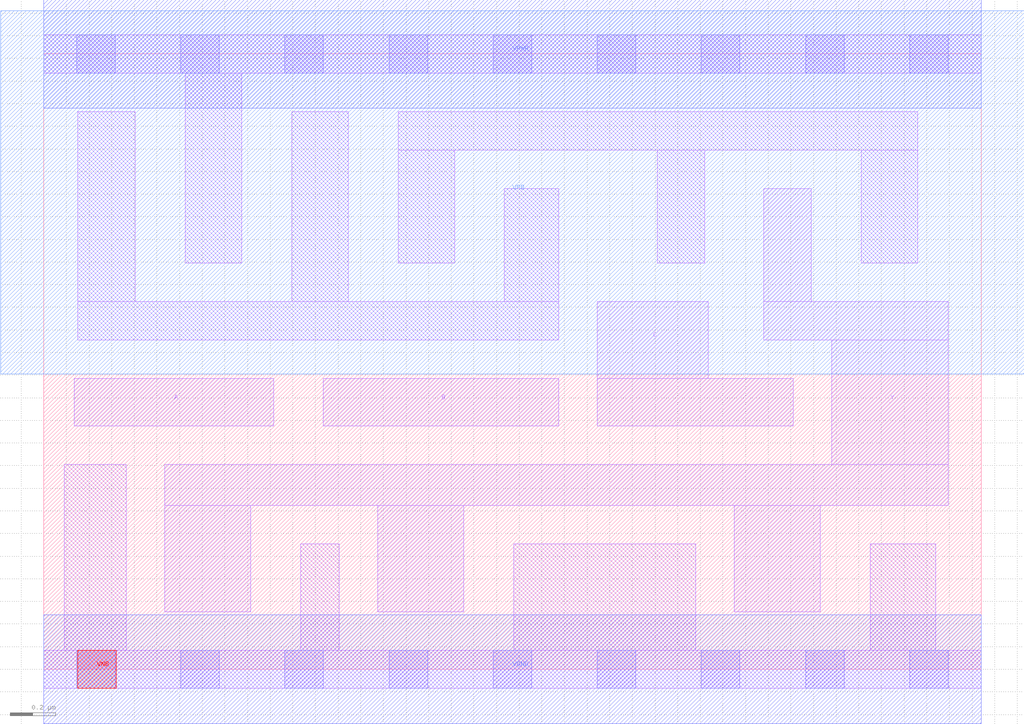
<source format=lef>
# Copyright 2020 The SkyWater PDK Authors
#
# Licensed under the Apache License, Version 2.0 (the "License");
# you may not use this file except in compliance with the License.
# You may obtain a copy of the License at
#
#     https://www.apache.org/licenses/LICENSE-2.0
#
# Unless required by applicable law or agreed to in writing, software
# distributed under the License is distributed on an "AS IS" BASIS,
# WITHOUT WARRANTIES OR CONDITIONS OF ANY KIND, either express or implied.
# See the License for the specific language governing permissions and
# limitations under the License.
#
# SPDX-License-Identifier: Apache-2.0

VERSION 5.7 ;
  NOWIREEXTENSIONATPIN ON ;
  DIVIDERCHAR "/" ;
  BUSBITCHARS "[]" ;
PROPERTYDEFINITIONS
  MACRO maskLayoutSubType STRING ;
  MACRO prCellType STRING ;
  MACRO originalViewName STRING ;
END PROPERTYDEFINITIONS
MACRO sky130_fd_sc_hdll__nor3_2
  CLASS CORE ;
  FOREIGN sky130_fd_sc_hdll__nor3_2 ;
  ORIGIN  0.000000  0.000000 ;
  SIZE  4.140000 BY  2.720000 ;
  SYMMETRY X Y R90 ;
  SITE unithd ;
  PIN A
    ANTENNAGATEAREA  0.555000 ;
    DIRECTION INPUT ;
    USE SIGNAL ;
    PORT
      LAYER li1 ;
        RECT 0.135000 1.075000 1.015000 1.285000 ;
    END
  END A
  PIN B
    ANTENNAGATEAREA  0.555000 ;
    DIRECTION INPUT ;
    USE SIGNAL ;
    PORT
      LAYER li1 ;
        RECT 1.235000 1.075000 2.275000 1.285000 ;
    END
  END B
  PIN C
    ANTENNAGATEAREA  0.555000 ;
    DIRECTION INPUT ;
    USE SIGNAL ;
    PORT
      LAYER li1 ;
        RECT 2.445000 1.075000 3.310000 1.285000 ;
        RECT 2.445000 1.285000 2.935000 1.625000 ;
    END
  END C
  PIN Y
    ANTENNADIFFAREA  1.011500 ;
    DIRECTION OUTPUT ;
    USE SIGNAL ;
    PORT
      LAYER li1 ;
        RECT 0.535000 0.255000 0.915000 0.725000 ;
        RECT 0.535000 0.725000 3.995000 0.905000 ;
        RECT 1.475000 0.255000 1.855000 0.725000 ;
        RECT 3.050000 0.255000 3.430000 0.725000 ;
        RECT 3.180000 1.455000 3.995000 1.625000 ;
        RECT 3.180000 1.625000 3.390000 2.125000 ;
        RECT 3.480000 0.905000 3.995000 1.455000 ;
    END
  END Y
  PIN VGND
    DIRECTION INOUT ;
    USE GROUND ;
    PORT
      LAYER met1 ;
        RECT 0.000000 -0.240000 4.140000 0.240000 ;
    END
  END VGND
  PIN VNB
    DIRECTION INOUT ;
    USE GROUND ;
    PORT
      LAYER pwell ;
        RECT 0.150000 -0.085000 0.320000 0.085000 ;
    END
  END VNB
  PIN VPB
    DIRECTION INOUT ;
    USE POWER ;
    PORT
      LAYER nwell ;
        RECT -0.190000 1.305000 4.330000 2.910000 ;
    END
  END VPB
  PIN VPWR
    DIRECTION INOUT ;
    USE POWER ;
    PORT
      LAYER met1 ;
        RECT 0.000000 2.480000 4.140000 2.960000 ;
    END
  END VPWR
  OBS
    LAYER li1 ;
      RECT 0.000000 -0.085000 4.140000 0.085000 ;
      RECT 0.000000  2.635000 4.140000 2.805000 ;
      RECT 0.090000  0.085000 0.365000 0.905000 ;
      RECT 0.150000  1.455000 2.275000 1.625000 ;
      RECT 0.150000  1.625000 0.405000 2.465000 ;
      RECT 0.625000  1.795000 0.875000 2.635000 ;
      RECT 1.095000  1.625000 1.345000 2.465000 ;
      RECT 1.135000  0.085000 1.305000 0.555000 ;
      RECT 1.565000  1.795000 1.815000 2.295000 ;
      RECT 1.565000  2.295000 3.860000 2.465000 ;
      RECT 2.035000  1.625000 2.275000 2.125000 ;
      RECT 2.075000  0.085000 2.880000 0.555000 ;
      RECT 2.710000  1.795000 2.920000 2.295000 ;
      RECT 3.610000  1.795000 3.860000 2.295000 ;
      RECT 3.650000  0.085000 3.940000 0.555000 ;
    LAYER mcon ;
      RECT 0.145000 -0.085000 0.315000 0.085000 ;
      RECT 0.145000  2.635000 0.315000 2.805000 ;
      RECT 0.605000 -0.085000 0.775000 0.085000 ;
      RECT 0.605000  2.635000 0.775000 2.805000 ;
      RECT 1.065000 -0.085000 1.235000 0.085000 ;
      RECT 1.065000  2.635000 1.235000 2.805000 ;
      RECT 1.525000 -0.085000 1.695000 0.085000 ;
      RECT 1.525000  2.635000 1.695000 2.805000 ;
      RECT 1.985000 -0.085000 2.155000 0.085000 ;
      RECT 1.985000  2.635000 2.155000 2.805000 ;
      RECT 2.445000 -0.085000 2.615000 0.085000 ;
      RECT 2.445000  2.635000 2.615000 2.805000 ;
      RECT 2.905000 -0.085000 3.075000 0.085000 ;
      RECT 2.905000  2.635000 3.075000 2.805000 ;
      RECT 3.365000 -0.085000 3.535000 0.085000 ;
      RECT 3.365000  2.635000 3.535000 2.805000 ;
      RECT 3.825000 -0.085000 3.995000 0.085000 ;
      RECT 3.825000  2.635000 3.995000 2.805000 ;
  END
  PROPERTY maskLayoutSubType "abstract" ;
  PROPERTY prCellType "standard" ;
  PROPERTY originalViewName "layout" ;
END sky130_fd_sc_hdll__nor3_2
END LIBRARY

</source>
